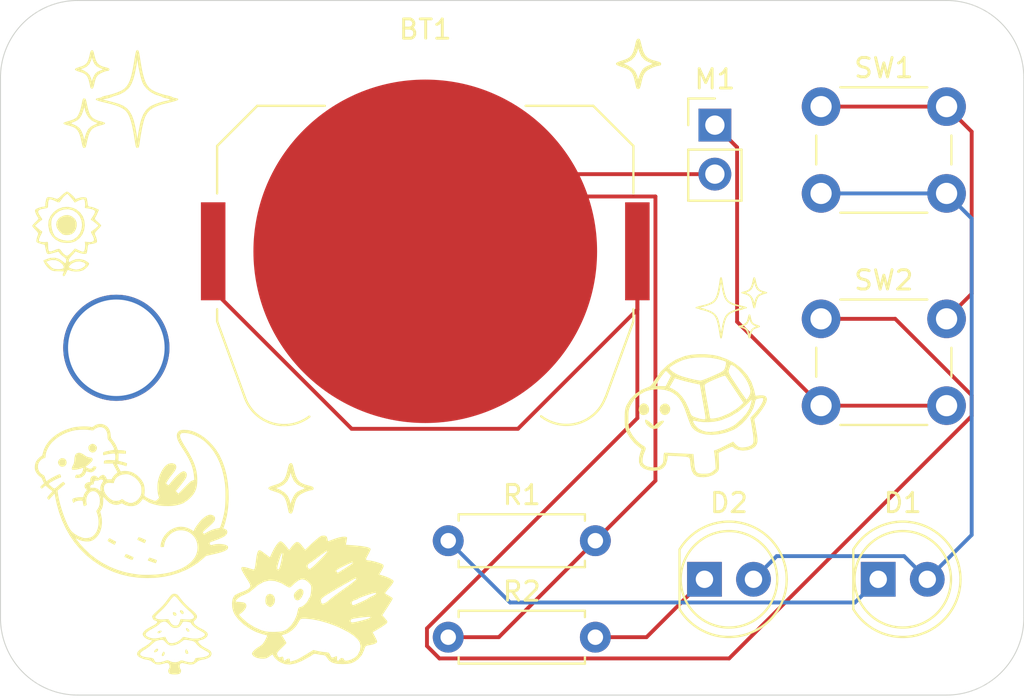
<source format=kicad_pcb>
(kicad_pcb (version 20241229) (generator "pcbnew") (generator_version "9.0")
  (layers (0 "F.Cu" signal) (2 "B.Cu" signal) (13 "F.Paste" user) (15 "B.Paste" user) (5 "F.SilkS" user "F.Silkscreen") (7 "B.SilkS" user "B.Silkscreen") (1 "F.Mask" user) (3 "B.Mask" user) (25 "Edge.Cuts" user))
  (net 0 "")
  (net 1 "Net-(BT1-+)")
  (net 2 "Net-(BT1--)")
  (net 3 "Net-(D1-K)")
  (net 4 "Net-(D2-K)")
  (net 5 "Net-(D1-A)")
  (net 6 "Net-(M1-+)")
  (footprint "LOGO" (layer "F.Cu") (at 69 72)
    (property "Reference" "G***" (hide yes))
    (property "Value" "LOGO" (hide yes))
  )
  (footprint "LOGO" (layer "F.Cu") (at 87 50)
    (property "Reference" "G***" (hide yes))
    (property "Value" "LOGO" (hide yes))
  )
  (footprint "Button_Switch_THT:SW_PUSH_6mm" (layer "F.Cu") (at 96.5 52.5)
    (property "Reference" "SW1" (at 3.25 -2 0) (layer "F.SilkS"))
    (property "Value" "SW_Push")
    (pad "1" thru_hole circle (at 0 0 90) (size 2 2) (drill 1.1) (layers "*.Cu" "*.Mask") (net 1 "Net-(BT1-+)"))
    (pad "1" thru_hole circle (at 6.5 0 90) (size 2 2) (drill 1.1) (layers "*.Cu" "*.Mask") (net 1 "Net-(BT1-+)"))
    (pad "2" thru_hole circle (at 0 4.5 90) (size 2 2) (drill 1.1) (layers "*.Cu" "*.Mask") (net 5 "Net-(D1-A)"))
    (pad "2" thru_hole circle (at 6.5 4.5 90) (size 2 2) (drill 1.1) (layers "*.Cu" "*.Mask") (net 5 "Net-(D1-A)"))
  )
  (footprint "Resistor_THT:R_Axial_DIN0207_L6.3mm_D2.5mm_P7.62mm_Horizontal" (layer "F.Cu") (at 77.19 80)
    (property "Reference" "R2" (at 3.81 -2.37 0) (layer "F.SilkS"))
    (property "Value" "R")
    (pad "1" thru_hole circle (at 0 0) (size 1.6 1.6) (drill 0.8) (layers "*.Cu" "*.Mask") (net 2 "Net-(BT1--)"))
    (pad "2" thru_hole circle (at 7.62 0) (size 1.6 1.6) (drill 0.8) (layers "*.Cu" "*.Mask") (net 4 "Net-(D2-K)"))
  )
  (footprint "Resistor_THT:R_Axial_DIN0207_L6.3mm_D2.5mm_P7.62mm_Horizontal" (layer "F.Cu") (at 77.19 75)
    (property "Reference" "R1" (at 3.81 -2.37 0) (layer "F.SilkS"))
    (property "Value" "R")
    (pad "1" thru_hole circle (at 0 0) (size 1.6 1.6) (drill 0.8) (layers "*.Cu" "*.Mask") (net 3 "Net-(D1-K)"))
    (pad "2" thru_hole circle (at 7.62 0) (size 1.6 1.6) (drill 0.8) (layers "*.Cu" "*.Mask") (net 2 "Net-(BT1--)"))
  )
  (footprint "LOGO" (layer "F.Cu") (at 60 52)
    (property "Reference" "G***" (hide yes))
    (property "Value" "LOGO" (hide yes))
  )
  (footprint "LOGO" (layer "F.Cu") (at 61 73)
    (property "Reference" "G***" (hide yes))
    (property "Value" "LOGO" (hide yes))
  )
  (footprint "LED_THT:LED_D5.0mm" (layer "F.Cu") (at 90.46 77)
    (property "Reference" "D2" (at 1.27 -3.96 0) (layer "F.SilkS"))
    (property "Value" "LED")
    (pad "1" thru_hole rect (at 0 0) (size 1.8 1.8) (drill 0.9) (layers "*.Cu" "*.Mask") (net 4 "Net-(D2-K)"))
    (pad "2" thru_hole circle (at 2.54 0) (size 1.8 1.8) (drill 0.9) (layers "*.Cu" "*.Mask") (net 5 "Net-(D1-A)"))
  )
  (footprint "Connector_PinHeader_2.54mm:PinHeader_1x02_P2.54mm_Vertical" (layer "F.Cu") (at 91 53.46)
    (property "Reference" "M1" (at 0 -2.38 0) (layer "F.SilkS"))
    (property "Value" "Motor_DC")
    (pad "1" thru_hole rect (at 0 0) (size 1.7 1.7) (drill 1) (layers "*.Cu" "*.Mask") (net 6 "Net-(M1-+)"))
    (pad "2" thru_hole circle (at 0 2.54) (size 1.7 1.7) (drill 1) (layers "*.Cu" "*.Mask") (net 2 "Net-(BT1--)"))
  )
  (footprint "LOGO" (layer "F.Cu") (at 70 78)
    (property "Reference" "G***" (hide yes))
    (property "Value" "LOGO" (hide yes))
  )
  (footprint "LED_THT:LED_D5.0mm" (layer "F.Cu") (at 99.46 77)
    (property "Reference" "D1" (at 1.27 -3.96 0) (layer "F.SilkS"))
    (property "Value" "LED")
    (pad "1" thru_hole rect (at 0 0) (size 1.8 1.8) (drill 0.9) (layers "*.Cu" "*.Mask") (net 3 "Net-(D1-K)"))
    (pad "2" thru_hole circle (at 2.54 0) (size 1.8 1.8) (drill 0.9) (layers "*.Cu" "*.Mask") (net 5 "Net-(D1-A)"))
  )
  (footprint "LOGO" (layer "F.Cu") (at 57 59)
    (property "Reference" "G***" (hide yes))
    (property "Value" "LOGO" (hide yes))
  )
  (footprint "LOGO" (layer "F.Cu") (at 63 80)
    (property "Reference" "G***" (hide yes))
    (property "Value" "LOGO" (hide yes))
  )
  (footprint "Battery:BatteryHolder_Keystone_3034_1x20mm" (layer "F.Cu") (at 76 60)
    (property "Reference" "BT1" (at 0 -11.5 0) (layer "F.SilkS"))
    (property "Value" "Battery_Cell")
    (pad "1" smd rect (at -10.985 0) (size 1.27 5.08) (layers "F.Cu" "F.Mask" "F.Paste") (net 1 "Net-(BT1-+)"))
    (pad "1" smd rect (at 10.985 0) (size 1.27 5.08) (layers "F.Cu" "F.Mask" "F.Paste") (net 1 "Net-(BT1-+)"))
    (pad "2" smd circle (at 0 0) (size 17.8 17.8) (layers "F.Cu" "F.Mask") (net 2 "Net-(BT1--)"))
  )
  (footprint "Button_Switch_THT:SW_PUSH_6mm" (layer "F.Cu") (at 96.5 63.5)
    (property "Reference" "SW2" (at 3.25 -2 0) (layer "F.SilkS"))
    (property "Value" "SW_Push")
    (pad "1" thru_hole circle (at 0 0 90) (size 2 2) (drill 1.1) (layers "*.Cu" "*.Mask") (net 1 "Net-(BT1-+)"))
    (pad "1" thru_hole circle (at 6.5 0 90) (size 2 2) (drill 1.1) (layers "*.Cu" "*.Mask") (net 1 "Net-(BT1-+)"))
    (pad "2" thru_hole circle (at 0 4.5 90) (size 2 2) (drill 1.1) (layers "*.Cu" "*.Mask") (net 6 "Net-(M1-+)"))
    (pad "2" thru_hole circle (at 6.5 4.5 90) (size 2 2) (drill 1.1) (layers "*.Cu" "*.Mask") (net 6 "Net-(M1-+)"))
  )
  (footprint "LOGO" (layer "F.Cu") (at 90 69)
    (property "Reference" "G***" (hide yes))
    (property "Value" "LOGO" (hide yes))
  )
  (footprint "LOGO" (layer "F.Cu") (at 92 63 180)
    (property "Reference" "G***" (hide yes))
    (property "Value" "LOGO" (hide yes))
  )
  (gr_arc (start 54 51) (mid 55.171573 48.171573) (end 58 47) (stroke (width 0.05)) (layer "Edge.Cuts"))
  (gr_line (start 58 47) (end 103 47) (stroke (width 0.05)) (layer "Edge.Cuts"))
  (gr_line (start 103 83) (end 58 83) (stroke (width 0.05)) (layer "Edge.Cuts"))
  (gr_arc (start 107 79) (mid 105.828427 81.828427) (end 103 83) (stroke (width 0.05)) (layer "Edge.Cuts"))
  (gr_line (start 54 79) (end 54 51) (stroke (width 0.05)) (layer "Edge.Cuts"))
  (gr_arc (start 103 47) (mid 105.828427 48.171573) (end 107 51) (stroke (width 0.05)) (layer "Edge.Cuts"))
  (gr_line (start 107 51) (end 107 79) (stroke (width 0.05)) (layer "Edge.Cuts"))
  (gr_arc (start 58 83) (mid 55.171573 81.828427) (end 54 79) (stroke (width 0.05)) (layer "Edge.Cuts"))
  (via (at 60 65) (size 5.5) (drill 5) (layers "F.Cu" "B.Cu") (net 0))
  (segment (start 65.015 62.027179) (end 72.188821 69.201) (width 0.2) (layer "F.Cu") (net 1))
  (segment (start 76.089 80.45605) (end 76.089 79.54395) (width 0.2) (layer "F.Cu") (net 1))
  (segment (start 104.301 53.801) (end 103 52.5) (width 0.2) (layer "F.Cu") (net 1))
  (segment (start 76.73395 81.101) (end 76.089 80.45605) (width 0.2) (layer "F.Cu") (net 1))
  (segment (start 96.5 63.5) (end 100.339892 63.5) (width 0.2) (layer "F.Cu") (net 1))
  (segment (start 72.188821 69.201) (end 80.799 69.201) (width 0.2) (layer "F.Cu") (net 1))
  (segment (start 86.985 63.015) (end 86.985 60) (width 0.2) (layer "F.Cu") (net 1))
  (segment (start 76.089 79.54395) (end 86.985 68.64795) (width 0.2) (layer "F.Cu") (net 1))
  (segment (start 80.799 69.201) (end 86.985 63.015) (width 0.2) (layer "F.Cu") (net 1))
  (segment (start 91.738892 81.101) (end 76.73395 81.101) (width 0.2) (layer "F.Cu") (net 1))
  (segment (start 103 52.5) (end 96.5 52.5) (width 0.2) (layer "F.Cu") (net 1))
  (segment (start 86.985 68.64795) (end 86.985 60) (width 0.2) (layer "F.Cu") (net 1))
  (segment (start 104.301 62.199) (end 104.301 53.801) (width 0.2) (layer "F.Cu") (net 1))
  (segment (start 65.015 60) (end 65.015 62.027179) (width 0.2) (layer "F.Cu") (net 1))
  (segment (start 103 63.5) (end 104.301 62.199) (width 0.2) (layer "F.Cu") (net 1))
  (segment (start 104.301 67.461108) (end 104.301 68.538892) (width 0.2) (layer "F.Cu") (net 1))
  (segment (start 104.301 68.538892) (end 91.738892 81.101) (width 0.2) (layer "F.Cu") (net 1))
  (segment (start 100.339892 63.5) (end 104.301 67.461108) (width 0.2) (layer "F.Cu") (net 1))
  (segment (start 91 56) (end 80 56) (width 0.2) (layer "F.Cu") (net 2))
  (segment (start 80 56) (end 76 60) (width 0.2) (layer "F.Cu") (net 2))
  (segment (start 79.81 80) (end 84.81 75) (width 0.2) (layer "F.Cu") (net 2))
  (segment (start 78.841 57.159) (end 76 60) (width 0.2) (layer "F.Cu") (net 2))
  (segment (start 84.81 75) (end 87.921 71.889) (width 0.2) (layer "F.Cu") (net 2))
  (segment (start 87.921 71.889) (end 87.921 57.159) (width 0.2) (layer "F.Cu") (net 2))
  (segment (start 87.921 57.159) (end 78.841 57.159) (width 0.2) (layer "F.Cu") (net 2))
  (segment (start 77.19 80) (end 79.81 80) (width 0.2) (layer "F.Cu") (net 2))
  (segment (start 80.391 78.201) (end 98.259 78.201) (width 0.2) (layer "B.Cu") (net 3))
  (segment (start 77.19 75) (end 80.391 78.201) (width 0.2) (layer "B.Cu") (net 3))
  (segment (start 98.259 78.201) (end 99.46 77) (width 0.2) (layer "B.Cu") (net 3))
  (segment (start 84.81 80) (end 87.46 80) (width 0.2) (layer "F.Cu") (net 4))
  (segment (start 87.46 80) (end 90.46 77) (width 0.2) (layer "F.Cu") (net 4))
  (segment (start 102 77) (end 100.799 75.799) (width 0.2) (layer "B.Cu") (net 5))
  (segment (start 104.301 58.301) (end 103 57) (width 0.2) (layer "B.Cu") (net 5))
  (segment (start 103 57) (end 96.5 57) (width 0.2) (layer "B.Cu") (net 5))
  (segment (start 104.301 74.699) (end 104.301 58.301) (width 0.2) (layer "B.Cu") (net 5))
  (segment (start 94.201 75.799) (end 93 77) (width 0.2) (layer "B.Cu") (net 5))
  (segment (start 102 77) (end 104.301 74.699) (width 0.2) (layer "B.Cu") (net 5))
  (segment (start 100.799 75.799) (end 94.201 75.799) (width 0.2) (layer "B.Cu") (net 5))
  (segment (start 91 53.46) (end 92.151 54.611) (width 0.2) (layer "F.Cu") (net 6))
  (segment (start 92.151 63.651) (end 96.5 68) (width 0.2) (layer "F.Cu") (net 6))
  (segment (start 92.151 54.611) (end 92.151 63.651) (width 0.2) (layer "F.Cu") (net 6))
  (segment (start 96.5 68) (end 103 68) (width 0.2) (layer "F.Cu") (net 6))
)
</source>
